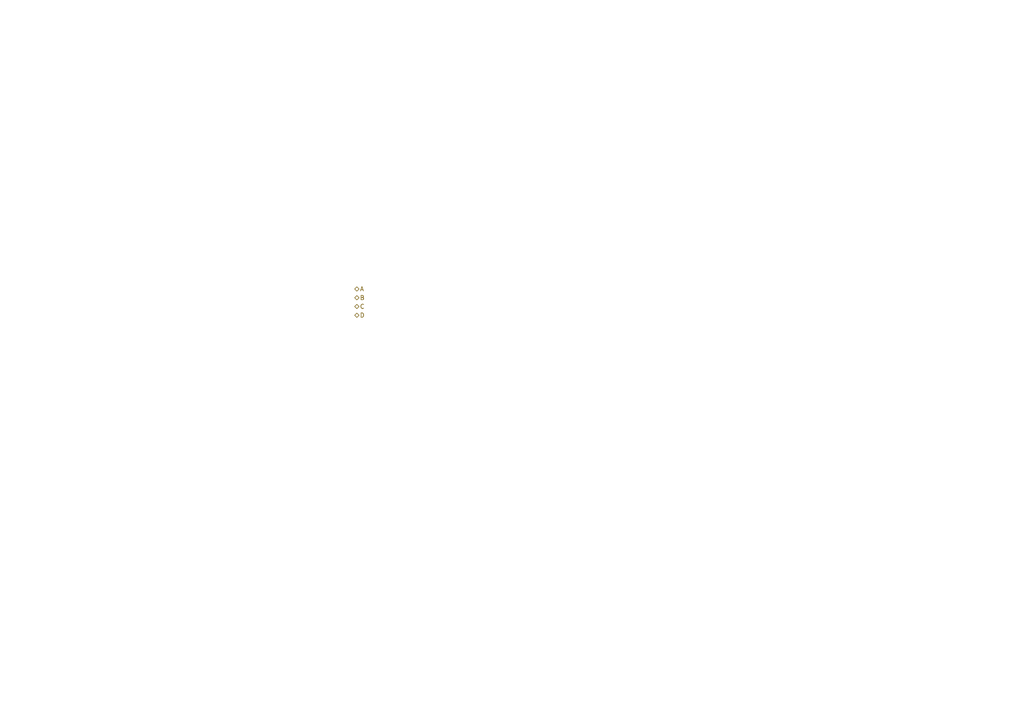
<source format=kicad_sch>
(kicad_sch (version 20230819) (generator eeschema)
  (paper "A4")
  (lib_symbols)
  (hierarchical_label "C" (shape bidirectional) (at 102.87 88.9 0))
  (hierarchical_label "B" (shape bidirectional) (at 102.87 86.36 0))
  (hierarchical_label "A" (shape bidirectional) (at 102.87 83.82 0))
  (hierarchical_label "D" (shape bidirectional) (at 102.87 91.44 0))
)
</source>
